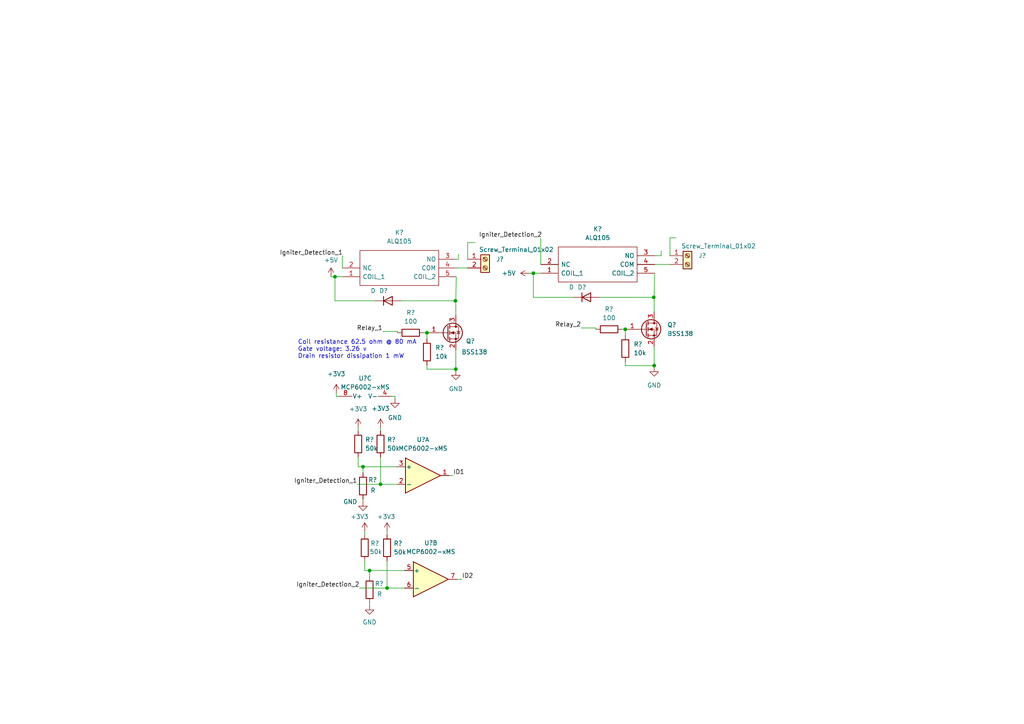
<source format=kicad_sch>
(kicad_sch (version 20211123) (generator eeschema)
  (paper "A4")
  (lib_symbols
    (symbol "ALQ105:ALQ105" (pin_names (offset 0.762))
      (property "Reference" "K" (at 29.21 7.62 0))
      (property "Value" "ALQ105" (at 29.21 5.08 0))
      (symbol "ALQ105_0_0"
        (pin passive line (at 33.02 0 180) (length 5.08) (name "COIL_1") (number "1"))
        (pin passive line (at 33.02 -2.54 180) (length 5.08) (name "NC") (number "2"))
        (pin passive line (at 0 -5.08 0) (length 5.08) (name "NO") (number "3"))
        (pin passive line (at 0 -2.54 0) (length 5.08) (name "COM") (number "4"))
        (pin passive line (at 0 0 0) (length 5.08) (name "COIL_2") (number "5"))
      )
      (symbol "ALQ105_0_1"
        (polyline (pts (xy 5.08 2.54) (xy 27.94 2.54) (xy 27.94 -7.62) (xy 5.08 -7.62) (xy 5.08 2.54)) (stroke (width 0.1524)))
      )
    )
    (symbol "Amplifier_Operational:MCP6002-xMS" (pin_names (offset 0.127))
      (property "Reference" "U" (at 0 5.08 0))
      (property "Value" "MCP6002-xMS" (at 0 -5.08 0))
      (symbol "MCP6002-xMS_1_1"
        (polyline (pts (xy -5.08 5.08) (xy 5.08 0) (xy -5.08 -5.08) (xy -5.08 5.08)) (stroke (width 0.254)) (fill (type background)))
        (pin output line (at 7.62 0 180) (length 2.54) (name "~") (number "1"))
        (pin input line (at -7.62 -2.54 0) (length 2.54) (name "-") (number "2"))
        (pin input line (at -7.62 2.54 0) (length 2.54) (name "+") (number "3"))
      )
      (symbol "MCP6002-xMS_2_1"
        (polyline (pts (xy -5.08 5.08) (xy 5.08 0) (xy -5.08 -5.08) (xy -5.08 5.08)) (stroke (width 0.254)) (fill (type background)))
        (pin input line (at -7.62 2.54 0) (length 2.54) (name "+") (number "5"))
        (pin input line (at -7.62 -2.54 0) (length 2.54) (name "-") (number "6"))
        (pin output line (at 7.62 0 180) (length 2.54) (name "~") (number "7"))
      )
      (symbol "MCP6002-xMS_3_1"
        (pin power_in line (at -2.54 -7.62 90) (length 3.81) (name "V-") (number "4"))
        (pin power_in line (at -2.54 7.62 270) (length 3.81) (name "V+") (number "8"))
      )
    )
    (symbol "Connector:Screw_Terminal_01x02" (pin_names (offset 1.016) hide)
      (property "Reference" "J" (at 0 2.54 0))
      (property "Value" "Screw_Terminal_01x02" (at 0 -5.08 0))
      (symbol "Screw_Terminal_01x02_1_1"
        (rectangle (start -1.27 1.27) (end 1.27 -3.81) (stroke (width 0.254)) (fill (type background)))
        (circle (center 0 -2.54) (radius 0.635) (stroke (width 0.1524)))
        (polyline (pts (xy -0.5334 -2.2098) (xy 0.3302 -3.048)) (stroke (width 0.1524)))
        (polyline (pts (xy -0.5334 0.3302) (xy 0.3302 -0.508)) (stroke (width 0.1524)))
        (polyline (pts (xy -0.3556 -2.032) (xy 0.508 -2.8702)) (stroke (width 0.1524)))
        (polyline (pts (xy -0.3556 0.508) (xy 0.508 -0.3302)) (stroke (width 0.1524)))
        (circle (center 0 0) (radius 0.635) (stroke (width 0.1524)))
        (pin passive line (at -5.08 0 0) (length 3.81) (name "Pin_1") (number "1"))
        (pin passive line (at -5.08 -2.54 0) (length 3.81) (name "Pin_2") (number "2"))
      )
    )
    (symbol "Device:D" (pin_numbers hide) (pin_names (offset 1.016) hide)
      (property "Reference" "D" (at 0 2.54 0))
      (property "Value" "D" (at 0 -2.54 0))
      (symbol "D_0_1"
        (polyline (pts (xy -1.27 1.27) (xy -1.27 -1.27)) (stroke (width 0.254)))
        (polyline (pts (xy 1.27 0) (xy -1.27 0)))
        (polyline (pts (xy 1.27 1.27) (xy 1.27 -1.27) (xy -1.27 0) (xy 1.27 1.27)) (stroke (width 0.254)))
      )
      (symbol "D_1_1"
        (pin passive line (at -3.81 0 0) (length 2.54) (name "K") (number "1"))
        (pin passive line (at 3.81 0 180) (length 2.54) (name "A") (number "2"))
      )
    )
    (symbol "Device:R" (pin_numbers hide) (pin_names (offset 0))
      (property "Reference" "R" (at 2.032 0 90))
      (property "Value" "R" (at 0 0 90))
      (symbol "R_0_1"
        (rectangle (start -1.016 -2.54) (end 1.016 2.54) (stroke (width 0.254)))
      )
      (symbol "R_1_1"
        (pin passive line (at 0 3.81 270) (length 1.27) (name "~") (number "1"))
        (pin passive line (at 0 -3.81 90) (length 1.27) (name "~") (number "2"))
      )
    )
    (symbol "Transistor_FET:BSS138" (pin_names hide)
      (property "Reference" "Q" (at 5.08 1.905 0))
      (property "Value" "BSS138" (at 5.08 0 0))
      (symbol "BSS138_0_1"
        (polyline (pts (xy 0.254 0) (xy -2.54 0)))
        (polyline (pts (xy 0.254 1.905) (xy 0.254 -1.905)) (stroke (width 0.254)))
        (polyline (pts (xy 0.762 -1.27) (xy 0.762 -2.286)) (stroke (width 0.254)))
        (polyline (pts (xy 0.762 0.508) (xy 0.762 -0.508)) (stroke (width 0.254)))
        (polyline (pts (xy 0.762 2.286) (xy 0.762 1.27)) (stroke (width 0.254)))
        (polyline (pts (xy 2.54 2.54) (xy 2.54 1.778)))
        (polyline (pts (xy 2.54 -2.54) (xy 2.54 0) (xy 0.762 0)))
        (polyline (pts (xy 0.762 -1.778) (xy 3.302 -1.778) (xy 3.302 1.778) (xy 0.762 1.778)))
        (polyline (pts (xy 1.016 0) (xy 2.032 0.381) (xy 2.032 -0.381) (xy 1.016 0)) (fill (type outline)))
        (polyline (pts (xy 2.794 0.508) (xy 2.921 0.381) (xy 3.683 0.381) (xy 3.81 0.254)))
        (polyline (pts (xy 3.302 0.381) (xy 2.921 -0.254) (xy 3.683 -0.254) (xy 3.302 0.381)))
        (circle (center 1.651 0) (radius 2.794) (stroke (width 0.254)))
        (circle (center 2.54 -1.778) (radius 0.254) (fill (type outline)))
        (circle (center 2.54 1.778) (radius 0.254) (fill (type outline)))
      )
      (symbol "BSS138_1_1"
        (pin input line (at -5.08 0 0) (length 2.54) (name "G") (number "1"))
        (pin passive line (at 2.54 -5.08 90) (length 2.54) (name "S") (number "2"))
        (pin passive line (at 2.54 5.08 270) (length 2.54) (name "D") (number "3"))
      )
    )
    (symbol "power:+3V3" (power) (pin_names (offset 0))
      (property "Value" "+3V3" (at 0 3.556 0))
      (symbol "+3V3_0_1"
        (polyline (pts (xy -0.762 1.27) (xy 0 2.54)))
        (polyline (pts (xy 0 0) (xy 0 2.54)))
        (polyline (pts (xy 0 2.54) (xy 0.762 1.27)))
      )
      (symbol "+3V3_1_1"
        (pin power_in line (at 0 0 90) (length 0) hide (name "+3V3") (number "1"))
      )
    )
    (symbol "power:+5V" (power) (pin_names (offset 0))
      (property "Value" "+5V" (at 0 3.556 0))
      (symbol "+5V_0_1"
        (polyline (pts (xy -0.762 1.27) (xy 0 2.54)))
        (polyline (pts (xy 0 0) (xy 0 2.54)))
        (polyline (pts (xy 0 2.54) (xy 0.762 1.27)))
      )
      (symbol "+5V_1_1"
        (pin power_in line (at 0 0 90) (length 0) hide (name "+5V") (number "1"))
      )
    )
    (symbol "power:GND" (power) (pin_names (offset 0))
      (property "Value" "GND" (at 0 -3.81 0))
      (symbol "GND_0_1"
        (polyline (pts (xy 0 0) (xy 0 -1.27) (xy 1.27 -1.27) (xy 0 -2.54) (xy -1.27 -1.27) (xy 0 -1.27)))
      )
      (symbol "GND_1_1"
        (pin power_in line (at 0 0 270) (length 0) hide (name "GND") (number "1"))
      )
    )
  )
  (junction (at 189.738 106.045))
  (junction (at 123.825 96.52))
  (junction (at 132.08 87.249))
  (junction (at 132.207 107.061))
  (junction (at 97.155 80.264))
  (junction (at 112.268 170.561))
  (junction (at 107.188 165.481))
  (junction (at 154.686 79.248))
  (junction (at 181.356 95.504))
  (junction (at 189.611 86.233))
  (junction (at 110.363 140.462))
  (junction (at 105.283 135.382))
  (wire (pts (xy 194.31 68.961) (xy 194.31 74.168)))
  (wire (pts (xy 153.543 79.248) (xy 154.686 79.248)))
  (wire (pts (xy 180.467 95.504) (xy 181.356 95.504)))
  (wire (pts (xy 132.207 91.44) (xy 132.207 86.995)))
  (wire (pts (xy 110.363 140.462) (xy 110.363 132.588)))
  (wire (pts (xy 166.243 86.233) (xy 154.686 86.233)))
  (wire (pts (xy 116.332 87.249) (xy 132.08 87.249)))
  (wire (pts (xy 189.738 90.424) (xy 189.738 85.979)))
  (wire (pts (xy 122.936 96.52) (xy 123.825 96.52)))
  (wire (pts (xy 191.77 72.771) (xy 191.77 74.168)))
  (wire (pts (xy 97.536 114.935) (xy 98.298 114.935)))
  (wire (pts (xy 105.283 144.78) (xy 105.283 145.542)))
  (wire (pts (xy 173.863 86.233) (xy 189.611 86.233)))
  (wire (pts (xy 105.283 135.382) (xy 105.283 137.16)))
  (wire (pts (xy 168.529 95.123) (xy 172.847 95.123)))
  (wire (pts (xy 110.363 124.079) (xy 110.363 124.968)))
  (wire (pts (xy 123.825 96.52) (xy 124.587 96.52)))
  (wire (pts (xy 99.314 74.295) (xy 99.441 74.295)))
  (wire (pts (xy 137.795 70.358) (xy 135.636 70.358)))
  (wire (pts (xy 154.686 86.233) (xy 154.686 79.248)))
  (wire (pts (xy 115.062 135.382) (xy 105.283 135.382)))
  (wire (pts (xy 189.738 100.584) (xy 189.738 106.045)))
  (wire (pts (xy 97.155 80.264) (xy 99.314 80.264)))
  (wire (pts (xy 156.845 76.708) (xy 156.845 69.088)))
  (wire (pts (xy 181.356 97.282) (xy 181.356 95.504)))
  (wire (pts (xy 112.268 162.687) (xy 112.268 170.561)))
  (wire (pts (xy 123.825 105.918) (xy 123.825 107.061)))
  (wire (pts (xy 108.712 87.249) (xy 97.155 87.249)))
  (wire (pts (xy 115.316 96.139) (xy 115.316 96.52)))
  (wire (pts (xy 104.267 170.561) (xy 112.268 170.561)))
  (wire (pts (xy 97.155 87.249) (xy 97.155 80.264)))
  (wire (pts (xy 103.632 140.462) (xy 110.363 140.462)))
  (wire (pts (xy 123.825 107.061) (xy 132.207 107.061)))
  (wire (pts (xy 117.348 165.481) (xy 107.188 165.481)))
  (wire (pts (xy 105.791 154.178) (xy 105.791 155.067)))
  (wire (pts (xy 113.538 114.935) (xy 114.554 114.935)))
  (wire (pts (xy 107.188 165.481) (xy 107.188 167.259)))
  (wire (pts (xy 107.188 165.481) (xy 105.791 165.481)))
  (wire (pts (xy 135.636 70.358) (xy 135.636 75.184)))
  (wire (pts (xy 130.302 137.922) (xy 131.445 137.922)))
  (wire (pts (xy 123.825 98.298) (xy 123.825 96.52)))
  (wire (pts (xy 97.536 114.046) (xy 97.536 114.935)))
  (wire (pts (xy 132.207 86.995) (xy 132.334 80.264)))
  (wire (pts (xy 132.207 101.6) (xy 132.207 107.061)))
  (wire (pts (xy 189.738 85.979) (xy 189.865 79.248)))
  (wire (pts (xy 107.188 174.879) (xy 107.188 175.641)))
  (wire (pts (xy 181.356 104.902) (xy 181.356 106.045)))
  (wire (pts (xy 154.686 79.248) (xy 156.845 79.248)))
  (wire (pts (xy 132.588 168.021) (xy 133.985 168.021)))
  (wire (pts (xy 112.268 154.178) (xy 112.268 155.067)))
  (wire (pts (xy 103.886 132.588) (xy 103.886 135.382)))
  (wire (pts (xy 189.738 106.045) (xy 189.738 106.553)))
  (wire (pts (xy 181.356 106.045) (xy 189.738 106.045)))
  (wire (pts (xy 96.012 80.264) (xy 97.155 80.264)))
  (wire (pts (xy 132.334 77.724) (xy 135.636 77.724)))
  (wire (pts (xy 112.268 170.561) (xy 117.348 170.561)))
  (wire (pts (xy 189.865 76.708) (xy 194.31 76.708)))
  (wire (pts (xy 172.847 95.123) (xy 172.847 95.504)))
  (wire (pts (xy 115.062 140.462) (xy 110.363 140.462)))
  (wire (pts (xy 114.554 114.935) (xy 114.554 115.697)))
  (wire (pts (xy 132.969 75.184) (xy 132.334 75.184)))
  (wire (pts (xy 196.088 68.961) (xy 194.31 68.961)))
  (wire (pts (xy 105.791 162.687) (xy 105.791 165.481)))
  (wire (pts (xy 181.356 95.504) (xy 182.118 95.504)))
  (wire (pts (xy 99.314 77.724) (xy 99.314 74.295)))
  (wire (pts (xy 132.969 73.787) (xy 132.969 75.184)))
  (wire (pts (xy 103.886 124.079) (xy 103.886 124.968)))
  (wire (pts (xy 105.283 135.382) (xy 103.886 135.382)))
  (wire (pts (xy 110.998 96.139) (xy 115.316 96.139)))
  (wire (pts (xy 191.77 74.168) (xy 189.865 74.168)))
  (wire (pts (xy 132.207 107.061) (xy 132.207 107.569)))
  (text "Coil resistance 62.5 ohm @ 80 mA\nGate voltage: 3.26 v\nDrain resistor dissipation 1 mW" (at 86.36 104.14 0) (effects (font (size 1.27 1.27)) (justify left bottom)))
  (label "ID2" (at 133.985 168.021 0))
  (label "Igniter_Detection_1" (at 99.441 74.295 180))
  (label "Relay_2" (at 168.529 95.123 180))
  (label "Igniter_Detection_2" (at 157.226 69.088 180))
  (label "ID1" (at 131.445 137.922 0))
  (label "Igniter_Detection_2" (at 104.267 170.561 180))
  (label "Relay_1" (at 110.998 96.139 180))
  (label "Igniter_Detection_1" (at 103.632 140.462 180))
  (symbol (lib_id "power:+5V") (at 153.543 79.248 90) (unit 1)
    (property "Reference" "#PWR?" (effects hide))
    (property "Value" "+5V" (at 149.606 79.2479 90) (effects (justify left)))
  )
  (symbol (lib_id "Device:R") (at 110.363 128.778 0) (unit 1)
    (property "Reference" "R?" (at 112.268 127.5079 0) (effects (justify left)))
    (property "Value" "50k" (at 112.268 130.0479 0) (effects (justify left)))
  )
  (symbol (lib_id "power:GND") (at 107.188 175.641 0) (unit 1)
    (property "Reference" "#PWR?" (effects hide))
    (property "Value" "GND" (at 107.188 180.467 0))
  )
  (symbol (lib_id "Amplifier_Operational:MCP6002-xMS") (at 105.918 112.395 90) (unit 3)
    (property "Reference" "U?" (at 105.918 109.728 90))
    (property "Value" "MCP6002-xMS" (at 105.918 112.268 90))
    (property "Datasheet" "http://ww1.microchip.com/downloads/en/DeviceDoc/21733j.pdf" (effects hide))
  )
  (symbol (lib_id "Connector:Screw_Terminal_01x02") (at 199.39 74.168 0) (unit 1)
    (property "Reference" "J?" (at 202.565 74.1679 0) (effects (justify left)))
    (property "Value" "Screw_Terminal_01x02" (at 197.612 71.374 0) (effects (justify left)))
  )
  (symbol (lib_id "Device:D") (at 170.053 86.233 0) (unit 1)
    (property "Reference" "D?" (at 168.783 83.312 0))
    (property "Value" "D" (at 165.735 83.312 0))
  )
  (symbol (lib_id "Device:R") (at 123.825 102.108 180) (unit 1)
    (property "Reference" "R?" (at 126.238 100.8379 0) (effects (justify right)))
    (property "Value" "10k" (at 126.238 103.3779 0) (effects (justify right)))
  )
  (symbol (lib_id "power:+3V3") (at 110.363 124.079 0) (unit 1)
    (property "Reference" "#PWR?" (effects hide))
    (property "Value" "+3V3" (at 110.363 118.491 0))
  )
  (symbol (lib_id "Device:R") (at 103.886 128.778 0) (unit 1)
    (property "Reference" "R?" (at 105.918 127.5079 0) (effects (justify left)))
    (property "Value" "50k" (at 105.918 130.0479 0) (effects (justify left)))
  )
  (symbol (lib_id "Device:R") (at 119.126 96.52 90) (unit 1)
    (property "Reference" "R?" (at 119.126 90.678 90))
    (property "Value" "100" (at 119.126 93.218 90))
  )
  (symbol (lib_id "Device:R") (at 112.268 158.877 0) (unit 1)
    (property "Reference" "R?" (at 114.173 157.6069 0) (effects (justify left)))
    (property "Value" "50k" (at 114.173 160.1469 0) (effects (justify left)))
  )
  (symbol (lib_id "power:GND") (at 114.554 115.697 0) (unit 1)
    (property "Reference" "#PWR?" (effects hide))
    (property "Value" "GND" (at 114.554 121.158 0))
  )
  (symbol (lib_id "power:+3V3") (at 105.791 154.178 0) (unit 1)
    (property "Reference" "#PWR?" (effects hide))
    (property "Value" "+3V3" (at 104.267 149.86 0))
  )
  (symbol (lib_id "Device:R") (at 105.283 140.97 0) (unit 1)
    (property "Reference" "R?" (at 106.807 139.192 0) (effects (justify left)))
    (property "Value" "R" (at 107.442 142.2399 0) (effects (justify left)))
  )
  (symbol (lib_id "Device:R") (at 107.188 171.069 0) (unit 1)
    (property "Reference" "R?" (at 108.712 169.291 0) (effects (justify left)))
    (property "Value" "R" (at 109.347 172.3389 0) (effects (justify left)))
  )
  (symbol (lib_id "power:GND") (at 189.738 106.553 0) (unit 1)
    (property "Reference" "#PWR?" (effects hide))
    (property "Value" "GND" (at 189.738 111.76 0))
  )
  (symbol (lib_id "Device:R") (at 181.356 101.092 180) (unit 1)
    (property "Reference" "R?" (at 183.769 99.8219 0) (effects (justify right)))
    (property "Value" "10k" (at 183.769 102.3619 0) (effects (justify right)))
  )
  (symbol (lib_id "power:GND") (at 132.207 107.569 0) (unit 1)
    (property "Reference" "#PWR?" (effects hide))
    (property "Value" "GND" (at 132.207 112.776 0))
  )
  (symbol (lib_id "Device:R") (at 176.657 95.504 90) (unit 1)
    (property "Reference" "R?" (at 176.657 89.662 90))
    (property "Value" "100" (at 176.657 92.202 90))
  )
  (symbol (lib_id "Transistor_FET:BSS138") (at 129.667 96.52 0) (unit 1)
    (property "Reference" "Q?" (at 135.128 98.933 0) (effects (justify left)))
    (property "Value" "BSS138" (at 133.858 102.108 0) (effects (justify left)))
    (property "Footprint" "Package_TO_SOT_SMD:SOT-23" (effects hide))
    (property "Datasheet" "https://www.onsemi.com/pub/Collateral/BSS138-D.PDF" (effects hide))
  )
  (symbol (lib_id "ALQ105:ALQ105") (at 132.334 80.264 180) (unit 1)
    (property "Reference" "K?" (at 115.824 67.437 0))
    (property "Value" "ALQ105" (at 115.824 69.977 0))
    (property "Footprint" "ALQ105" (effects hide))
    (property "Datasheet" "https://na.industrial.panasonic.com/products/relays/mechanical-power-relays/general/series/lq-relays/2635/model/ALQ105" (effects hide))
    (property "Description" "SPDT PCB Mount Non-Latching Relay 10 A, 5V dc" (effects hide))
    (property "Height" "15" (effects hide))
    (property "Manufacturer_Name" "Panasonic" (effects hide))
    (property "Manufacturer_Part_Number" "ALQ105" (effects hide))
    (property "Mouser Part Number" "769-ALQ105" (effects hide))
    (property "Mouser Price/Stock" "https://www.mouser.co.uk/ProductDetail/Panasonic-Industrial-Devices/ALQ105?qs=kkkG%2F8HgOiLTrZ6QoQqhfg%3D%3D" (effects hide))
    (property "Arrow Part Number" "ALQ105" (effects hide))
    (property "Arrow Price/Stock" "https://www.arrow.com/en/products/alq105/panasonic?region=nac" (effects hide))
  )
  (symbol (lib_id "power:+3V3") (at 103.886 124.079 0) (unit 1)
    (property "Reference" "#PWR?" (effects hide))
    (property "Value" "+3V3" (at 103.886 118.618 0))
  )
  (symbol (lib_id "Amplifier_Operational:MCP6002-xMS") (at 122.682 137.922 0) (unit 1)
    (property "Reference" "U?" (at 122.682 127.508 0))
    (property "Value" "MCP6002-xMS" (at 122.682 130.048 0))
    (property "Datasheet" "http://ww1.microchip.com/downloads/en/DeviceDoc/21733j.pdf" (effects hide))
  )
  (symbol (lib_id "Transistor_FET:BSS138") (at 187.198 95.504 0) (unit 1)
    (property "Reference" "Q?" (at 193.548 94.2339 0) (effects (justify left)))
    (property "Value" "BSS138" (at 193.548 96.7739 0) (effects (justify left)))
    (property "Footprint" "Package_TO_SOT_SMD:SOT-23" (effects hide))
    (property "Datasheet" "https://www.onsemi.com/pub/Collateral/BSS138-D.PDF" (effects hide))
  )
  (symbol (lib_id "power:GND") (at 105.283 145.542 0) (unit 1)
    (property "Reference" "#PWR?" (effects hide))
    (property "Value" "GND" (at 101.6 145.542 0))
  )
  (symbol (lib_id "Device:D") (at 112.522 87.249 0) (unit 1)
    (property "Reference" "D?" (at 111.252 84.328 0))
    (property "Value" "D" (at 108.204 84.328 0))
  )
  (symbol (lib_id "ALQ105:ALQ105") (at 189.865 79.248 180) (unit 1)
    (property "Reference" "K?" (at 173.355 66.421 0))
    (property "Value" "ALQ105" (at 173.355 68.961 0))
    (property "Footprint" "ALQ105" (effects hide))
    (property "Datasheet" "https://na.industrial.panasonic.com/products/relays/mechanical-power-relays/general/series/lq-relays/2635/model/ALQ105" (effects hide))
    (property "Description" "SPDT PCB Mount Non-Latching Relay 10 A, 5V dc" (effects hide))
    (property "Height" "15" (effects hide))
    (property "Manufacturer_Name" "Panasonic" (effects hide))
    (property "Manufacturer_Part_Number" "ALQ105" (effects hide))
    (property "Mouser Part Number" "769-ALQ105" (effects hide))
    (property "Mouser Price/Stock" "https://www.mouser.co.uk/ProductDetail/Panasonic-Industrial-Devices/ALQ105?qs=kkkG%2F8HgOiLTrZ6QoQqhfg%3D%3D" (effects hide))
    (property "Arrow Part Number" "ALQ105" (effects hide))
    (property "Arrow Price/Stock" "https://www.arrow.com/en/products/alq105/panasonic?region=nac" (effects hide))
  )
  (symbol (lib_id "Connector:Screw_Terminal_01x02") (at 140.716 75.184 0) (unit 1)
    (property "Reference" "J?" (at 143.891 75.1839 0) (effects (justify left)))
    (property "Value" "Screw_Terminal_01x02" (at 138.938 72.39 0) (effects (justify left)))
  )
  (symbol (lib_id "Amplifier_Operational:MCP6002-xMS") (at 124.968 168.021 0) (unit 2)
    (property "Reference" "U?" (at 124.968 157.48 0))
    (property "Value" "MCP6002-xMS" (at 124.968 160.02 0))
    (property "Datasheet" "http://ww1.microchip.com/downloads/en/DeviceDoc/21733j.pdf" (effects hide))
  )
  (symbol (lib_id "power:+5V") (at 96.012 80.264 0) (unit 1)
    (property "Reference" "#PWR?" (effects hide))
    (property "Value" "+5V" (at 96.012 75.438 0))
  )
  (symbol (lib_id "power:+3V3") (at 112.268 154.178 0) (unit 1)
    (property "Reference" "#PWR?" (effects hide))
    (property "Value" "+3V3" (at 112.014 149.86 0))
  )
  (symbol (lib_id "Device:R") (at 105.791 158.877 0) (unit 1)
    (property "Reference" "R?" (at 107.442 157.607 0) (effects (justify left)))
    (property "Value" "50k" (at 107.188 160.02 0) (effects (justify left)))
  )
  (symbol (lib_id "power:+3V3") (at 97.536 114.046 0) (unit 1)
    (property "Reference" "#PWR?" (effects hide))
    (property "Value" "+3V3" (at 97.536 108.458 0))
  )
)
</source>
